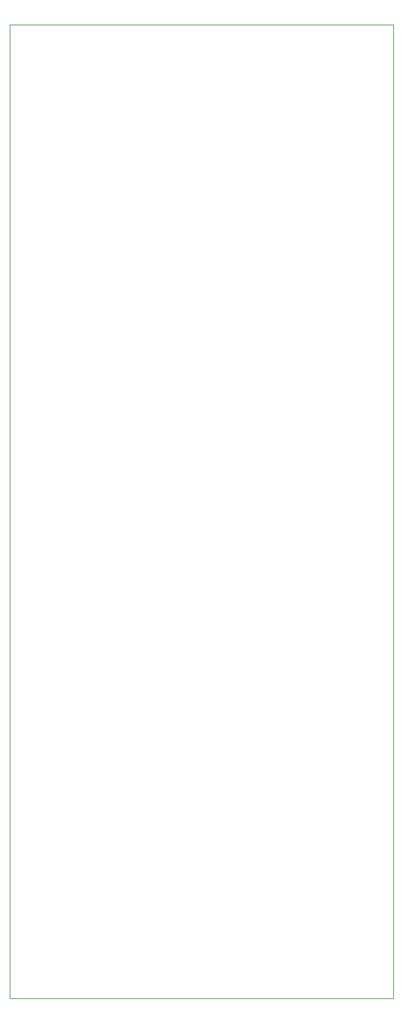
<source format=gbr>
%TF.GenerationSoftware,KiCad,Pcbnew,7.0.7*%
%TF.CreationDate,2025-01-17T09:26:31-05:00*%
%TF.ProjectId,ClockDiv_v2,436c6f63-6b44-4697-965f-76322e6b6963,rev?*%
%TF.SameCoordinates,Original*%
%TF.FileFunction,Profile,NP*%
%FSLAX46Y46*%
G04 Gerber Fmt 4.6, Leading zero omitted, Abs format (unit mm)*
G04 Created by KiCad (PCBNEW 7.0.7) date 2025-01-17 09:26:31*
%MOMM*%
%LPD*%
G01*
G04 APERTURE LIST*
%TA.AperFunction,Profile*%
%ADD10C,0.100000*%
%TD*%
G04 APERTURE END LIST*
D10*
X115220000Y-28440000D02*
X165220000Y-28440000D01*
X165220000Y-155440000D01*
X115220000Y-155440000D01*
X115220000Y-28440000D01*
M02*

</source>
